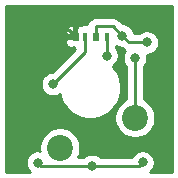
<source format=gbr>
%TF.GenerationSoftware,KiCad,Pcbnew,5.1.9*%
%TF.CreationDate,2021-03-15T11:21:12+01:00*%
%TF.ProjectId,keycap,6b657963-6170-42e6-9b69-6361645f7063,rev?*%
%TF.SameCoordinates,Original*%
%TF.FileFunction,Copper,L2,Bot*%
%TF.FilePolarity,Positive*%
%FSLAX46Y46*%
G04 Gerber Fmt 4.6, Leading zero omitted, Abs format (unit mm)*
G04 Created by KiCad (PCBNEW 5.1.9) date 2021-03-15 11:21:12*
%MOMM*%
%LPD*%
G01*
G04 APERTURE LIST*
%TA.AperFunction,ComponentPad*%
%ADD10C,2.200000*%
%TD*%
%TA.AperFunction,SMDPad,CuDef*%
%ADD11R,0.500000X0.800000*%
%TD*%
%TA.AperFunction,SMDPad,CuDef*%
%ADD12R,0.350000X0.800000*%
%TD*%
%TA.AperFunction,SMDPad,CuDef*%
%ADD13R,0.600000X0.800000*%
%TD*%
%TA.AperFunction,SMDPad,CuDef*%
%ADD14R,0.450000X0.800000*%
%TD*%
%TA.AperFunction,ViaPad*%
%ADD15C,0.800000*%
%TD*%
%TA.AperFunction,Conductor*%
%ADD16C,0.250000*%
%TD*%
%TA.AperFunction,Conductor*%
%ADD17C,0.254000*%
%TD*%
%TA.AperFunction,Conductor*%
%ADD18C,0.100000*%
%TD*%
G04 APERTURE END LIST*
D10*
%TO.P,SW1,2*%
%TO.N,N/C*%
X125075760Y-109129560D03*
%TO.P,SW1,1*%
X118725760Y-111669560D03*
%TD*%
D11*
%TO.P,REF\u002A\u002A,4*%
%TO.N,GND*%
X120045000Y-102272000D03*
D12*
%TO.P,REF\u002A\u002A,3*%
%TO.N,/DOUT*%
X120870000Y-102272000D03*
D13*
%TO.P,REF\u002A\u002A,2*%
%TO.N,/VCC*%
X121745000Y-102272000D03*
D14*
%TO.P,REF\u002A\u002A,1*%
%TO.N,/DIN*%
X122720000Y-102272000D03*
%TD*%
D15*
%TO.N,/VCC*%
X123992640Y-102184200D03*
X126078880Y-102766760D03*
%TO.N,GND*%
X117729000Y-101727000D03*
%TO.N,/DIN*%
X122682000Y-103886000D03*
%TO.N,/DOUT*%
X118120760Y-106293558D03*
%TO.N,*%
X125075760Y-104067800D03*
X121450100Y-113220500D03*
X116852700Y-112941100D03*
X125730000Y-112915700D03*
%TO.N,GND*%
X116895760Y-110367960D03*
X125730000Y-111607600D03*
X127165100Y-100990400D03*
X117690900Y-104051100D03*
X123380500Y-110617000D03*
X126238000Y-106565700D03*
%TD*%
D16*
%TO.N,/VCC*%
X124575200Y-102766760D02*
X126078880Y-102766760D01*
X126078880Y-102766760D02*
X126078880Y-102766760D01*
X123992640Y-102184200D02*
X123992640Y-102184200D01*
X121745000Y-102272000D02*
X121745000Y-101394000D01*
X123992640Y-102184200D02*
X124575200Y-102766760D01*
X126078880Y-102766760D02*
X126078880Y-102766760D01*
X123202440Y-101394000D02*
X121745000Y-101394000D01*
X123992640Y-102184200D02*
X123202440Y-101394000D01*
%TO.N,GND*%
X117729000Y-101727000D02*
X117729000Y-101727000D01*
X117729000Y-101727000D02*
X116895760Y-102560240D01*
X120045000Y-102272000D02*
X120045000Y-102265000D01*
X119507000Y-101727000D02*
X117729000Y-101727000D01*
X120045000Y-102265000D02*
X119507000Y-101727000D01*
%TO.N,/DIN*%
X122720000Y-102272000D02*
X122720000Y-103848000D01*
X122720000Y-103848000D02*
X122682000Y-103886000D01*
%TO.N,/DOUT*%
X118120760Y-106293558D02*
X118120760Y-106293558D01*
X120870000Y-102272000D02*
X120870000Y-103544318D01*
X120870000Y-103544318D02*
X118120760Y-106293558D01*
%TO.N,*%
X125075760Y-109129560D02*
X125075760Y-104067800D01*
X117132100Y-113220500D02*
X116852700Y-112941100D01*
X121450100Y-113220500D02*
X117132100Y-113220500D01*
X125425200Y-113220500D02*
X125730000Y-112915700D01*
X121450100Y-113220500D02*
X125425200Y-113220500D01*
%TO.N,GND*%
X116895760Y-102560240D02*
X116895760Y-110367960D01*
X116895760Y-110367960D02*
X116895760Y-110367960D01*
X116895760Y-110367960D02*
X117295759Y-109967961D01*
X117295759Y-109967961D02*
X122731461Y-109967961D01*
X126698120Y-110863000D02*
X127198120Y-110363000D01*
X123626500Y-110863000D02*
X126698120Y-110863000D01*
X122731461Y-109967961D02*
X123380500Y-110617000D01*
X123380500Y-110617000D02*
X123626500Y-110863000D01*
%TD*%
D17*
%TO.N,GND*%
X128230385Y-113757158D02*
X126333965Y-113756927D01*
X126389774Y-113719637D01*
X126533937Y-113575474D01*
X126647205Y-113405956D01*
X126725226Y-113217598D01*
X126765000Y-113017639D01*
X126765000Y-112813761D01*
X126725226Y-112613802D01*
X126647205Y-112425444D01*
X126533937Y-112255926D01*
X126389774Y-112111763D01*
X126220256Y-111998495D01*
X126031898Y-111920474D01*
X125831939Y-111880700D01*
X125628061Y-111880700D01*
X125428102Y-111920474D01*
X125239744Y-111998495D01*
X125070226Y-112111763D01*
X124926063Y-112255926D01*
X124812795Y-112425444D01*
X124798274Y-112460500D01*
X122153811Y-112460500D01*
X122109874Y-112416563D01*
X121940356Y-112303295D01*
X121751998Y-112225274D01*
X121552039Y-112185500D01*
X121348161Y-112185500D01*
X121148202Y-112225274D01*
X120959844Y-112303295D01*
X120790326Y-112416563D01*
X120746389Y-112460500D01*
X120276092Y-112460500D01*
X120394085Y-112175641D01*
X120460760Y-111840443D01*
X120460760Y-111498677D01*
X120394085Y-111163479D01*
X120263297Y-110847729D01*
X120073423Y-110563562D01*
X119831758Y-110321897D01*
X119547591Y-110132023D01*
X119231841Y-110001235D01*
X118896643Y-109934560D01*
X118554877Y-109934560D01*
X118219679Y-110001235D01*
X117903929Y-110132023D01*
X117619762Y-110321897D01*
X117378097Y-110563562D01*
X117188223Y-110847729D01*
X117057435Y-111163479D01*
X116990760Y-111498677D01*
X116990760Y-111840443D01*
X117005846Y-111916286D01*
X116954639Y-111906100D01*
X116750761Y-111906100D01*
X116550802Y-111945874D01*
X116362444Y-112023895D01*
X116192926Y-112137163D01*
X116048763Y-112281326D01*
X115935495Y-112450844D01*
X115857474Y-112639202D01*
X115817700Y-112839161D01*
X115817700Y-113043039D01*
X115857474Y-113242998D01*
X115935495Y-113431356D01*
X116048763Y-113600874D01*
X116192926Y-113745037D01*
X116208878Y-113755696D01*
X114134240Y-113755443D01*
X114134240Y-106191619D01*
X117085760Y-106191619D01*
X117085760Y-106395497D01*
X117125534Y-106595456D01*
X117203555Y-106783814D01*
X117316823Y-106953332D01*
X117460986Y-107097495D01*
X117630504Y-107210763D01*
X117818862Y-107288784D01*
X118018821Y-107328558D01*
X118222699Y-107328558D01*
X118422658Y-107288784D01*
X118611016Y-107210763D01*
X118691946Y-107156688D01*
X118732021Y-107358161D01*
X118930653Y-107837701D01*
X119219022Y-108269275D01*
X119586045Y-108636298D01*
X120017619Y-108924667D01*
X120497159Y-109123299D01*
X121006235Y-109224560D01*
X121525285Y-109224560D01*
X122034361Y-109123299D01*
X122513901Y-108924667D01*
X122945475Y-108636298D01*
X123312498Y-108269275D01*
X123600867Y-107837701D01*
X123799499Y-107358161D01*
X123900760Y-106849085D01*
X123900760Y-106330035D01*
X123799499Y-105820959D01*
X123600867Y-105341419D01*
X123312498Y-104909845D01*
X123192399Y-104789746D01*
X123341774Y-104689937D01*
X123485937Y-104545774D01*
X123599205Y-104376256D01*
X123677226Y-104187898D01*
X123717000Y-103987939D01*
X123717000Y-103784061D01*
X123677226Y-103584102D01*
X123599205Y-103395744D01*
X123485937Y-103226226D01*
X123480000Y-103220289D01*
X123480000Y-103086449D01*
X123502384Y-103101405D01*
X123690742Y-103179426D01*
X123890701Y-103219200D01*
X123952838Y-103219200D01*
X124011400Y-103277762D01*
X124035199Y-103306761D01*
X124150924Y-103401734D01*
X124243105Y-103451006D01*
X124158555Y-103577544D01*
X124080534Y-103765902D01*
X124040760Y-103965861D01*
X124040760Y-104169739D01*
X124080534Y-104369698D01*
X124158555Y-104558056D01*
X124271823Y-104727574D01*
X124315761Y-104771512D01*
X124315760Y-107566412D01*
X124253929Y-107592023D01*
X123969762Y-107781897D01*
X123728097Y-108023562D01*
X123538223Y-108307729D01*
X123407435Y-108623479D01*
X123340760Y-108958677D01*
X123340760Y-109300443D01*
X123407435Y-109635641D01*
X123538223Y-109951391D01*
X123728097Y-110235558D01*
X123969762Y-110477223D01*
X124253929Y-110667097D01*
X124569679Y-110797885D01*
X124904877Y-110864560D01*
X125246643Y-110864560D01*
X125581841Y-110797885D01*
X125897591Y-110667097D01*
X126181758Y-110477223D01*
X126423423Y-110235558D01*
X126613297Y-109951391D01*
X126744085Y-109635641D01*
X126810760Y-109300443D01*
X126810760Y-108958677D01*
X126744085Y-108623479D01*
X126613297Y-108307729D01*
X126423423Y-108023562D01*
X126181758Y-107781897D01*
X125897591Y-107592023D01*
X125835760Y-107566412D01*
X125835760Y-104771511D01*
X125879697Y-104727574D01*
X125992965Y-104558056D01*
X126070986Y-104369698D01*
X126110760Y-104169739D01*
X126110760Y-103965861D01*
X126078119Y-103801760D01*
X126180819Y-103801760D01*
X126380778Y-103761986D01*
X126569136Y-103683965D01*
X126738654Y-103570697D01*
X126882817Y-103426534D01*
X126996085Y-103257016D01*
X127074106Y-103068658D01*
X127113880Y-102868699D01*
X127113880Y-102664821D01*
X127074106Y-102464862D01*
X126996085Y-102276504D01*
X126882817Y-102106986D01*
X126738654Y-101962823D01*
X126569136Y-101849555D01*
X126380778Y-101771534D01*
X126180819Y-101731760D01*
X125976941Y-101731760D01*
X125776982Y-101771534D01*
X125588624Y-101849555D01*
X125419106Y-101962823D01*
X125375169Y-102006760D01*
X125012622Y-102006760D01*
X124987866Y-101882302D01*
X124909845Y-101693944D01*
X124796577Y-101524426D01*
X124652414Y-101380263D01*
X124482896Y-101266995D01*
X124294538Y-101188974D01*
X124094579Y-101149200D01*
X124032441Y-101149200D01*
X123766243Y-100883002D01*
X123742441Y-100853999D01*
X123626716Y-100759026D01*
X123494687Y-100688454D01*
X123351426Y-100644997D01*
X123239773Y-100634000D01*
X123239762Y-100634000D01*
X123202440Y-100630324D01*
X123165118Y-100634000D01*
X121782333Y-100634000D01*
X121745000Y-100630323D01*
X121707667Y-100634000D01*
X121596014Y-100644997D01*
X121452753Y-100688454D01*
X121320724Y-100759026D01*
X121204999Y-100853999D01*
X121110026Y-100969724D01*
X121039454Y-101101753D01*
X120999360Y-101233928D01*
X120695000Y-101233928D01*
X120570518Y-101246188D01*
X120494654Y-101269201D01*
X120433294Y-101249095D01*
X120326750Y-101237000D01*
X120168000Y-101395750D01*
X120168000Y-101513196D01*
X120164463Y-101517506D01*
X120105498Y-101627820D01*
X120069188Y-101747518D01*
X120056928Y-101872000D01*
X120056928Y-102419000D01*
X119922000Y-102419000D01*
X119922000Y-102399000D01*
X119318750Y-102399000D01*
X119160000Y-102557750D01*
X119157084Y-102657886D01*
X119166588Y-102782608D01*
X119200241Y-102903080D01*
X119256751Y-103014672D01*
X119333945Y-103113094D01*
X119428857Y-103194566D01*
X119537840Y-103255956D01*
X119656706Y-103294905D01*
X119763250Y-103307000D01*
X119917998Y-103152252D01*
X119917998Y-103307000D01*
X120032515Y-103307000D01*
X118080959Y-105258558D01*
X118018821Y-105258558D01*
X117818862Y-105298332D01*
X117630504Y-105376353D01*
X117460986Y-105489621D01*
X117316823Y-105633784D01*
X117203555Y-105803302D01*
X117125534Y-105991660D01*
X117085760Y-106191619D01*
X114134240Y-106191619D01*
X114134240Y-101886114D01*
X119157084Y-101886114D01*
X119160000Y-101986250D01*
X119318750Y-102145000D01*
X119922000Y-102145000D01*
X119922000Y-101395750D01*
X119763250Y-101237000D01*
X119656706Y-101249095D01*
X119537840Y-101288044D01*
X119428857Y-101349434D01*
X119333945Y-101430906D01*
X119256751Y-101529328D01*
X119200241Y-101640920D01*
X119166588Y-101761392D01*
X119157084Y-101886114D01*
X114134240Y-101886114D01*
X114134240Y-99650052D01*
X128235016Y-99643708D01*
X128230385Y-113757158D01*
%TA.AperFunction,Conductor*%
D18*
G36*
X128230385Y-113757158D02*
G01*
X126333965Y-113756927D01*
X126389774Y-113719637D01*
X126533937Y-113575474D01*
X126647205Y-113405956D01*
X126725226Y-113217598D01*
X126765000Y-113017639D01*
X126765000Y-112813761D01*
X126725226Y-112613802D01*
X126647205Y-112425444D01*
X126533937Y-112255926D01*
X126389774Y-112111763D01*
X126220256Y-111998495D01*
X126031898Y-111920474D01*
X125831939Y-111880700D01*
X125628061Y-111880700D01*
X125428102Y-111920474D01*
X125239744Y-111998495D01*
X125070226Y-112111763D01*
X124926063Y-112255926D01*
X124812795Y-112425444D01*
X124798274Y-112460500D01*
X122153811Y-112460500D01*
X122109874Y-112416563D01*
X121940356Y-112303295D01*
X121751998Y-112225274D01*
X121552039Y-112185500D01*
X121348161Y-112185500D01*
X121148202Y-112225274D01*
X120959844Y-112303295D01*
X120790326Y-112416563D01*
X120746389Y-112460500D01*
X120276092Y-112460500D01*
X120394085Y-112175641D01*
X120460760Y-111840443D01*
X120460760Y-111498677D01*
X120394085Y-111163479D01*
X120263297Y-110847729D01*
X120073423Y-110563562D01*
X119831758Y-110321897D01*
X119547591Y-110132023D01*
X119231841Y-110001235D01*
X118896643Y-109934560D01*
X118554877Y-109934560D01*
X118219679Y-110001235D01*
X117903929Y-110132023D01*
X117619762Y-110321897D01*
X117378097Y-110563562D01*
X117188223Y-110847729D01*
X117057435Y-111163479D01*
X116990760Y-111498677D01*
X116990760Y-111840443D01*
X117005846Y-111916286D01*
X116954639Y-111906100D01*
X116750761Y-111906100D01*
X116550802Y-111945874D01*
X116362444Y-112023895D01*
X116192926Y-112137163D01*
X116048763Y-112281326D01*
X115935495Y-112450844D01*
X115857474Y-112639202D01*
X115817700Y-112839161D01*
X115817700Y-113043039D01*
X115857474Y-113242998D01*
X115935495Y-113431356D01*
X116048763Y-113600874D01*
X116192926Y-113745037D01*
X116208878Y-113755696D01*
X114134240Y-113755443D01*
X114134240Y-106191619D01*
X117085760Y-106191619D01*
X117085760Y-106395497D01*
X117125534Y-106595456D01*
X117203555Y-106783814D01*
X117316823Y-106953332D01*
X117460986Y-107097495D01*
X117630504Y-107210763D01*
X117818862Y-107288784D01*
X118018821Y-107328558D01*
X118222699Y-107328558D01*
X118422658Y-107288784D01*
X118611016Y-107210763D01*
X118691946Y-107156688D01*
X118732021Y-107358161D01*
X118930653Y-107837701D01*
X119219022Y-108269275D01*
X119586045Y-108636298D01*
X120017619Y-108924667D01*
X120497159Y-109123299D01*
X121006235Y-109224560D01*
X121525285Y-109224560D01*
X122034361Y-109123299D01*
X122513901Y-108924667D01*
X122945475Y-108636298D01*
X123312498Y-108269275D01*
X123600867Y-107837701D01*
X123799499Y-107358161D01*
X123900760Y-106849085D01*
X123900760Y-106330035D01*
X123799499Y-105820959D01*
X123600867Y-105341419D01*
X123312498Y-104909845D01*
X123192399Y-104789746D01*
X123341774Y-104689937D01*
X123485937Y-104545774D01*
X123599205Y-104376256D01*
X123677226Y-104187898D01*
X123717000Y-103987939D01*
X123717000Y-103784061D01*
X123677226Y-103584102D01*
X123599205Y-103395744D01*
X123485937Y-103226226D01*
X123480000Y-103220289D01*
X123480000Y-103086449D01*
X123502384Y-103101405D01*
X123690742Y-103179426D01*
X123890701Y-103219200D01*
X123952838Y-103219200D01*
X124011400Y-103277762D01*
X124035199Y-103306761D01*
X124150924Y-103401734D01*
X124243105Y-103451006D01*
X124158555Y-103577544D01*
X124080534Y-103765902D01*
X124040760Y-103965861D01*
X124040760Y-104169739D01*
X124080534Y-104369698D01*
X124158555Y-104558056D01*
X124271823Y-104727574D01*
X124315761Y-104771512D01*
X124315760Y-107566412D01*
X124253929Y-107592023D01*
X123969762Y-107781897D01*
X123728097Y-108023562D01*
X123538223Y-108307729D01*
X123407435Y-108623479D01*
X123340760Y-108958677D01*
X123340760Y-109300443D01*
X123407435Y-109635641D01*
X123538223Y-109951391D01*
X123728097Y-110235558D01*
X123969762Y-110477223D01*
X124253929Y-110667097D01*
X124569679Y-110797885D01*
X124904877Y-110864560D01*
X125246643Y-110864560D01*
X125581841Y-110797885D01*
X125897591Y-110667097D01*
X126181758Y-110477223D01*
X126423423Y-110235558D01*
X126613297Y-109951391D01*
X126744085Y-109635641D01*
X126810760Y-109300443D01*
X126810760Y-108958677D01*
X126744085Y-108623479D01*
X126613297Y-108307729D01*
X126423423Y-108023562D01*
X126181758Y-107781897D01*
X125897591Y-107592023D01*
X125835760Y-107566412D01*
X125835760Y-104771511D01*
X125879697Y-104727574D01*
X125992965Y-104558056D01*
X126070986Y-104369698D01*
X126110760Y-104169739D01*
X126110760Y-103965861D01*
X126078119Y-103801760D01*
X126180819Y-103801760D01*
X126380778Y-103761986D01*
X126569136Y-103683965D01*
X126738654Y-103570697D01*
X126882817Y-103426534D01*
X126996085Y-103257016D01*
X127074106Y-103068658D01*
X127113880Y-102868699D01*
X127113880Y-102664821D01*
X127074106Y-102464862D01*
X126996085Y-102276504D01*
X126882817Y-102106986D01*
X126738654Y-101962823D01*
X126569136Y-101849555D01*
X126380778Y-101771534D01*
X126180819Y-101731760D01*
X125976941Y-101731760D01*
X125776982Y-101771534D01*
X125588624Y-101849555D01*
X125419106Y-101962823D01*
X125375169Y-102006760D01*
X125012622Y-102006760D01*
X124987866Y-101882302D01*
X124909845Y-101693944D01*
X124796577Y-101524426D01*
X124652414Y-101380263D01*
X124482896Y-101266995D01*
X124294538Y-101188974D01*
X124094579Y-101149200D01*
X124032441Y-101149200D01*
X123766243Y-100883002D01*
X123742441Y-100853999D01*
X123626716Y-100759026D01*
X123494687Y-100688454D01*
X123351426Y-100644997D01*
X123239773Y-100634000D01*
X123239762Y-100634000D01*
X123202440Y-100630324D01*
X123165118Y-100634000D01*
X121782333Y-100634000D01*
X121745000Y-100630323D01*
X121707667Y-100634000D01*
X121596014Y-100644997D01*
X121452753Y-100688454D01*
X121320724Y-100759026D01*
X121204999Y-100853999D01*
X121110026Y-100969724D01*
X121039454Y-101101753D01*
X120999360Y-101233928D01*
X120695000Y-101233928D01*
X120570518Y-101246188D01*
X120494654Y-101269201D01*
X120433294Y-101249095D01*
X120326750Y-101237000D01*
X120168000Y-101395750D01*
X120168000Y-101513196D01*
X120164463Y-101517506D01*
X120105498Y-101627820D01*
X120069188Y-101747518D01*
X120056928Y-101872000D01*
X120056928Y-102419000D01*
X119922000Y-102419000D01*
X119922000Y-102399000D01*
X119318750Y-102399000D01*
X119160000Y-102557750D01*
X119157084Y-102657886D01*
X119166588Y-102782608D01*
X119200241Y-102903080D01*
X119256751Y-103014672D01*
X119333945Y-103113094D01*
X119428857Y-103194566D01*
X119537840Y-103255956D01*
X119656706Y-103294905D01*
X119763250Y-103307000D01*
X119917998Y-103152252D01*
X119917998Y-103307000D01*
X120032515Y-103307000D01*
X118080959Y-105258558D01*
X118018821Y-105258558D01*
X117818862Y-105298332D01*
X117630504Y-105376353D01*
X117460986Y-105489621D01*
X117316823Y-105633784D01*
X117203555Y-105803302D01*
X117125534Y-105991660D01*
X117085760Y-106191619D01*
X114134240Y-106191619D01*
X114134240Y-101886114D01*
X119157084Y-101886114D01*
X119160000Y-101986250D01*
X119318750Y-102145000D01*
X119922000Y-102145000D01*
X119922000Y-101395750D01*
X119763250Y-101237000D01*
X119656706Y-101249095D01*
X119537840Y-101288044D01*
X119428857Y-101349434D01*
X119333945Y-101430906D01*
X119256751Y-101529328D01*
X119200241Y-101640920D01*
X119166588Y-101761392D01*
X119157084Y-101886114D01*
X114134240Y-101886114D01*
X114134240Y-99650052D01*
X128235016Y-99643708D01*
X128230385Y-113757158D01*
G37*
%TD.AperFunction*%
%TD*%
M02*

</source>
